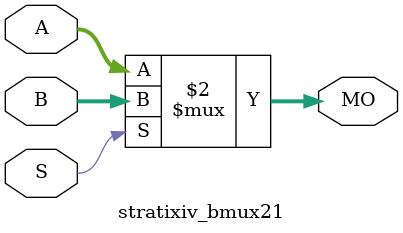
<source format=v>
module stratixiv_bmux21 (MO, A, B, S);
   input [15:0] A, B;
   input 	S;
   output [15:0] MO; 
   assign MO = (S == 1) ? B : A; 
endmodule
</source>
